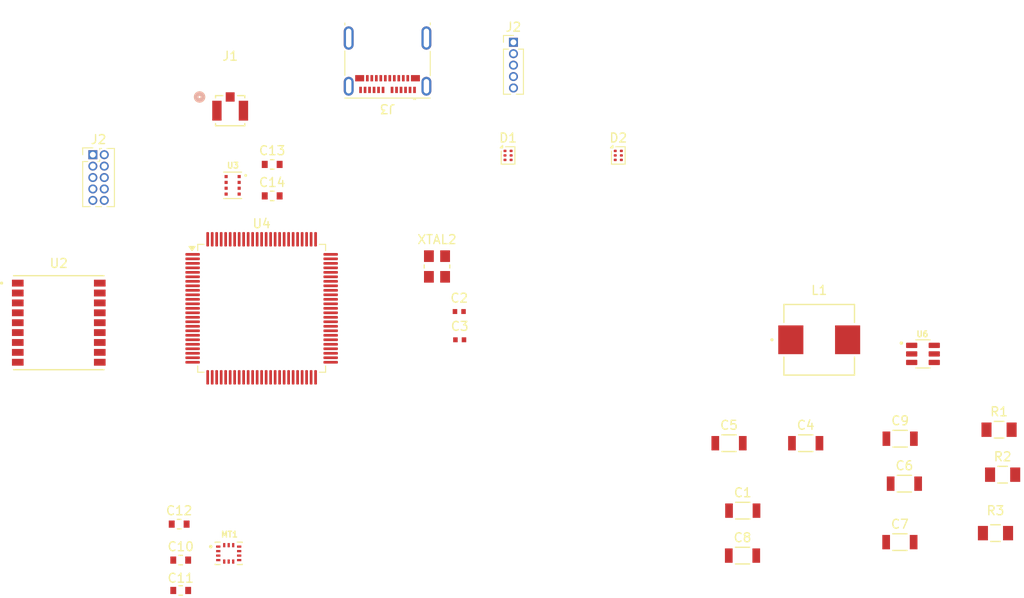
<source format=kicad_pcb>
(kicad_pcb (version 20241229) (generator "pcbnew") (generator_version "9.0")
  (layers (0 "F.Cu" signal) (2 "B.Cu" signal) (13 "F.Paste" user) (15 "B.Paste" user) (5 "F.SilkS" user "F.Silkscreen") (7 "B.SilkS" user "B.Silkscreen") (1 "F.Mask" user) (3 "B.Mask" user) (25 "Edge.Cuts" user))
  (net 0 "")
  (net 1 "GND")
  (net 2 "FSYNC")
  (net 3 "AP_SDA")
  (net 4 "AP_CS")
  (net 5 "/3.3V")
  (net 6 "INT1")
  (net 7 "AP_SCLK")
  (net 8 "AP_SDO")
  (net 9 "SYS_RSTN")
  (net 10 "INT2")
  (net 11 "TX")
  (net 12 "PPS")
  (net 13 "RX")
  (net 14 "ANT_OFF")
  (net 15 "WAKE_UP")
  (net 22 "CSB")
  (net 30 "SWDIO")
  (net 35 "SCK")
  (net 42 "Net-(U4-VSS-Pad10)")
  (net 49 "SDA")
  (net 53 "SWCLK")
  (net 74 "+3.3V")
  (net 80 "Net-(U2-RF_IN)")
  (net 102 "OSC_IN")
  (net 103 "GND1")
  (net 104 "OSC_OUT")
  (net 107 "Net-(J2-GND-Pad3)")
  (net 114 "SDO")
  (net 145 "Net-(U6-VFB)")
  (net 146 "Net-(U6-VBST)")
  (net 147 "Net-(U6-SW)")
  (net 148 "+9V")
  (net 149 "Net-(U6-EN)")
  (footprint "Library:33.2Resistor" (layer "F.Cu") (at 204.603 117)
    (property "Reference" "R3" (at 0 -2.5 0) (layer "F.SilkS"))
    (property "Value" "33.2k")
    (fp_line (start -0.53065 0.9271) (end 0.53065 0.9271) (stroke (width 0.1524)) (layer "F.SilkS"))
    (fp_line (start 0.53065 -0.9271) (end -0.53065 -0.9271) (stroke (width 0.1524)) (layer "F.SilkS"))
    (pad "1" smd rect (at -1.397 0) (size 1.1176 1.6002) (layers "F.Cu" "F.Mask" "F.Paste") (net 74 "+3.3V"))
    (pad "2" smd rect (at 1.397 0) (size 1.1176 1.6002) (layers "F.Cu" "F.Mask" "F.Paste") (net 145 "Net-(U6-VFB)"))
  )
  (footprint "Library:XDCR_DPS368XTSA1" (layer "F.Cu") (at 119.775 78.325)
    (property "Reference" "U3" (at 0.032 -2.2064 0) (layer "F.SilkS") (effects (font (size 0.64 0.64))))
    (property "Value" "DPS368XTSA1")
    (fp_line (start -1 -1.47) (end 1 -1.47) (stroke (width 0.127)) (layer "F.SilkS"))
    (fp_line (start -1 1.47) (end 1 1.47) (stroke (width 0.127)) (layer "F.SilkS"))
    (fp_circle (center 1.45 -1.1) (end 1.53 -1.1) (stroke (width 0.16)) (fill no) (layer "F.SilkS"))
    (pad "1" smd rect (at 0.725 -0.975) (size 0.35 0.35) (layers "F.Cu" "F.Mask") (net 103 "GND1"))
    (pad "2" smd rect (at 0.725 -0.325) (size 0.35 0.35) (layers "F.Cu" "F.Mask") (net 22 "CSB"))
    (pad "3" smd rect (at 0.725 0.325) (size 0.35 0.35) (layers "F.Cu" "F.Mask") (net 49 "SDA"))
    (pad "4" smd rect (at 0.725 0.975) (size 0.35 0.35) (layers "F.Cu" "F.Mask") (net 35 "SCK"))
    (pad "5" smd rect (at -0.725 0.975) (size 0.35 0.35) (layers "F.Cu" "F.Mask") (net 114 "SDO"))
    (pad "6" smd rect (at -0.725 0.325) (size 0.35 0.35) (layers "F.Cu" "F.Mask") (net 74 "+3.3V"))
    (pad "7" smd rect (at -0.725 -0.325) (size 0.35 0.35) (layers "F.Cu" "F.Mask") (net 103 "GND1"))
    (pad "8" smd rect (at -0.725 -0.975) (size 0.35 0.35) (layers "F.Cu" "F.Mask") (net 74 "+3.3V"))
  )
  (footprint "Library:10uF_cap" (layer "F.Cu") (at 194.472199 111.5)
    (property "Reference" "C6" (at 0 -2 0) (layer "F.SilkS"))
    (property "Value" "10uF")
    (fp_line (start -0.792451 0.927) (end 0.792451 0.927) (stroke (width 0.1524)) (layer "F.SilkS"))
    (fp_line (start 0.792451 -0.927) (end -0.792451 -0.927) (stroke (width 0.1524)) (layer "F.SilkS"))
    (pad "1" smd rect (at -1.527801 0) (size 0.8556 1.6) (layers "F.Cu" "F.Mask" "F.Paste") (net 1 "GND"))
    (pad "2" smd rect (at 1.527801 0) (size 0.8556 1.6) (layers "F.Cu" "F.Mask" "F.Paste") (net 148 "+9V"))
  )
  (footprint "Library:01uF_Cap_0603" (layer "F.Cu") (at 124.1722 76)
    (property "Reference" "C13" (at 0 -1.5396 0) (layer "F.SilkS"))
    (property "Value" "0.1uF")
    (fp_line (start -0.19245 0.527) (end 0.19245 0.527) (stroke (width 0.1524)) (layer "F.SilkS"))
    (fp_line (start 0.19245 -0.527) (end -0.19245 -0.527) (stroke (width 0.1524)) (layer "F.SilkS"))
    (pad "1" smd rect (at -0.8278 0) (size 0.6556 0.8) (layers "F.Cu" "F.Mask" "F.Paste") (net 74 "+3.3V"))
    (pad "2" smd rect (at 0.8278 0) (size 0.6556 0.8) (layers "F.Cu" "F.Mask" "F.Paste") (net 103 "GND1"))
  )
  (footprint "Package_TO_SOT_SMD:SOT-886" (layer "F.Cu") (at 150.4 75)
    (property "Reference" "D1" (at 0 -1.95 180) (layer "F.SilkS"))
    (property "Value" "ESD9B3.3ST5G")
    (fp_line (start -0.76 -0.47) (end -0.76 0.97) (stroke (width 0.12)) (layer "F.SilkS"))
    (fp_line (start -0.76 0.97) (end 0.76 0.97) (stroke (width 0.12)) (layer "F.SilkS"))
    (fp_line (start 0.76 -0.97) (end -0.27 -0.97) (stroke (width 0.12)) (layer "F.SilkS"))
    (fp_line (start 0.76 0.97) (end 0.76 -0.97) (stroke (width 0.12)) (layer "F.SilkS"))
    (fp_poly (pts (xy -0.6 -0.84) (xy -0.88 -0.84) (xy -0.6 -1.12) (xy -0.6 -0.84)) (stroke (width 0.12)) (fill yes) (layer "F.SilkS"))
    (pad "1" smd roundrect (at -0.34 -0.5) (size 0.33 0.27) (layers "F.Cu" "F.Mask" "F.Paste") (net 1 "GND"))
    (pad "2" smd roundrect (at -0.34 0) (size 0.33 0.27) (layers "F.Cu" "F.Mask" "F.Paste") (net 30 "SWDIO"))
    (pad "3" smd roundrect (at -0.34 0.5) (size 0.33 0.27) (layers "F.Cu" "F.Mask" "F.Paste"))
    (pad "4" smd roundrect (at 0.34 0.5) (size 0.33 0.27) (layers "F.Cu" "F.Mask" "F.Paste"))
    (pad "5" smd roundrect (at 0.34 0) (size 0.33 0.27) (layers "F.Cu" "F.Mask" "F.Paste"))
    (pad "6" smd roundrect (at 0.34 -0.5) (size 0.33 0.27) (layers "F.Cu" "F.Mask" "F.Paste"))
  )
  (footprint "Library:10kResistor" (layer "F.Cu") (at 205.397 110.5)
    (property "Reference" "R2" (at 0 -2 0) (layer "F.SilkS"))
    (property "Value" "10k")
    (fp_line (start -0.53065 0.9271) (end 0.53065 0.9271) (stroke (width 0.1524)) (layer "F.SilkS"))
    (fp_line (start 0.53065 -0.9271) (end -0.53065 -0.9271) (stroke (width 0.1524)) (layer "F.SilkS"))
    (pad "1" smd rect (at -1.397 0) (size 1.1176 1.6002) (layers "F.Cu" "F.Mask" "F.Paste") (net 1 "GND"))
    (pad "2" smd rect (at 1.397 0) (size 1.1176 1.6002) (layers "F.Cu" "F.Mask" "F.Paste") (net 145 "Net-(U6-VFB)"))
  )
  (footprint "Connector_USB:USB_C_Receptacle_Molex_105450-0101" (layer "F.Cu") (at 137 64.5 180)
    (property "Reference" "J3" (at 0 -5.315 180) (layer "F.SilkS"))
    (property "Value" "USBC")
    (fp_line (start 4.75 4.225) (end 4.75 4) (stroke (width 0.12)) (layer "F.SilkS"))
    (fp_line (start 4.75 1.125) (end 4.75 -1.6) (stroke (width 0.12)) (layer "F.SilkS"))
    (fp_line (start -3.125 -4.275) (end -2.9 -4.275) (stroke (width 0.12)) (layer "F.SilkS"))
    (fp_line (start -4.75 4.235) (end -4.75 4.025) (stroke (width 0.12)) (layer "F.SilkS"))
    (fp_line (start -4.75 -1.625) (end -4.75 1.075) (stroke (width 0.12)) (layer "F.SilkS"))
    (fp_line (start -4.75 -4.125) (end 4.75 -4.125) (stroke (width 0.12)) (layer "F.SilkS"))
    (pad "A1" smd rect (at -3 -3.215 180) (size 0.3 0.7) (layers "F.Cu" "F.Mask" "F.Paste"))
    (pad "A2" smd rect (at -2.5 -3.215 180) (size 0.3 0.7) (layers "F.Cu" "F.Mask" "F.Paste"))
    (pad "A3" smd rect (at -2 -3.215 180) (size 0.3 0.7) (layers "F.Cu" "F.Mask" "F.Paste"))
    (pad "A4" smd rect (at -1.5 -3.215 180) (size 0.3 0.7) (layers "F.Cu" "F.Mask" "F.Paste"))
    (pad "A5" smd rect (at -1 -3.215 180) (size 0.3 0.7) (layers "F.Cu" "F.Mask" "F.Paste"))
    (pad "A6" smd rect (at -0.5 -3.215 180) (size 0.3 0.7) (layers "F.Cu" "F.Mask" "F.Paste"))
    (pad "A7" smd rect (at 0.5 -3.215 180) (size 0.3 0.7) (layers "F.Cu" "F.Mask" "F.Paste"))
    (pad "A8" smd rect (at 1 -3.215 180) (size 0.3 0.7) (layers "F.Cu" "F.Mask" "F.Paste"))
    (pad "A9" smd rect (at 1.5 -3.215 180) (size 0.3 0.7) (layers "F.Cu" "F.Mask" "F.Paste"))
    (pad "A10" smd rect (at 2 -3.215 180) (size 0.3 0.7) (layers "F.Cu" "F.Mask" "F.Paste"))
    (pad "A11" smd rect (at 2.5 -3.215 180) (size 0.3 0.7) (layers "F.Cu" "F.Mask" "F.Paste"))
    (pad "A12" smd rect (at 3 -3.215 180) (size 0.3 0.7) (layers "F.Cu" "F.Mask" "F.Paste"))
    (pad "B1" smd rect (at 3.1 -1.915 180) (size 1 0.7) (layers "F.Cu" "F.Mask" "F.Paste"))
    (pad "B2" smd rect (at 2.25 -1.915 180) (size 0.3 0.7) (layers "F.Cu" "F.Mask" "F.Paste"))
    (pad "B3" smd rect (at 1.75 -1.915 180) (size 0.3 0.7) (layers "F.Cu" "F.Mask" "F.Paste"))
    (pad "B4" smd rect (at 1.25 -1.915 180) (size 0.3 0.7) (layers "F.Cu" "F.Mask" "F.Paste"))
    (pad "B5" smd rect (at 0.75 -1.915 180) (size 0.3 0.7) (layers "F.Cu" "F.Mask" "F.Paste"))
    (pad "B6" smd rect (at 0.25 -1.915 180) (size 0.3 0.7) (layers "F.Cu" "F.Mask" "F.Paste"))
    (pad "B7" smd rect (at -0.25 -1.915 180) (size 0.3 0.7) (layers "F.Cu" "F.Mask" "F.Paste"))
    (pad "B8" smd rect (at -0.75 -1.915 180) (size 0.3 0.7) (layers "F.Cu" "F.Mask" "F.Paste"))
    (pad "B9" smd rect (at -1.25 -1.915 180) (size 0.3 0.7) (layers "F.Cu" "F.Mask" "F.Paste"))
    (pad "B10" smd rect (at -1.75 -1.915 180) (size 0.3 0.7) (layers "F.Cu" "F.Mask" "F.Paste"))
    (pad "B11" smd rect (at -2.25 -1.915 180) (size 0.3 0.7) (layers "F.Cu" "F.Mask" "F.Paste"))
    (pad "B12" smd rect (at -3.1 -1.915 180) (size 1 0.7) (layers "F.Cu" "F.Mask" "F.Paste"))
    (pad "S1" thru_hole oval (at -4.32 -2.805 180) (size 1.1 2.1) (drill oval 0.6 1.6) (property pad_prop_heatsink) (layers "*.Cu" "*.Mask"))
    (pad "S1" thru_hole oval (at -4.32 2.555 180) (size 1.1 2.6) (drill oval 0.6 2.1) (property pad_prop_heatsink) (layers "*.Cu" "*.Mask"))
    (pad "S1" thru_hole oval (at 4.32 -2.805 180) (size 1.1 2.1) (drill oval 0.6 1.6) (property pad_prop_heatsink) (layers "*.Cu" "*.Mask"))
    (pad "S1" thru_hole oval (at 4.32 2.555 180) (size 1.1 2.6) (drill oval 0.6 2.1) (property pad_prop_heatsink) (layers "*.Cu" "*.Mask"))
  )
  (footprint "Package_TO_SOT_SMD:SOT-886" (layer "F.Cu") (at 162.66 75)
    (property "Reference" "D2" (at 0 -1.95 180) (layer "F.SilkS"))
    (property "Value" "ESD9B3.3ST5G")
    (fp_line (start -0.76 -0.47) (end -0.76 0.97) (stroke (width 0.12)) (layer "F.SilkS"))
    (fp_line (start -0.76 0.97) (end 0.76 0.97) (stroke (width 0.12)) (layer "F.SilkS"))
    (fp_line (start 0.76 -0.97) (end -0.27 -0.97) (stroke (width 0.12)) (layer "F.SilkS"))
    (fp_line (start 0.76 0.97) (end 0.76 -0.97) (stroke (width 0.12)) (layer "F.SilkS"))
    (fp_poly (pts (xy -0.6 -0.84) (xy -0.88 -0.84) (xy -0.6 -1.12) (xy -0.6 -0.84)) (stroke (width 0.12)) (fill yes) (layer "F.SilkS"))
    (pad "1" smd roundrect (at -0.34 -0.5) (size 0.33 0.27) (layers "F.Cu" "F.Mask" "F.Paste") (net 1 "GND"))
    (pad "2" smd roundrect (at -0.34 0) (size 0.33 0.27) (layers "F.Cu" "F.Mask" "F.Paste") (net 53 "SWCLK"))
    (pad "3" smd roundrect (at -0.34 0.5) (size 0.33 0.27) (layers "F.Cu" "F.Mask" "F.Paste"))
    (pad "4" smd roundrect (at 0.34 0.5) (size 0.33 0.27) (layers "F.Cu" "F.Mask" "F.Paste"))
    (pad "5" smd roundrect (at 0.34 0) (size 0.33 0.27) (layers "F.Cu" "F.Mask" "F.Paste"))
    (pad "6" smd roundrect (at 0.34 -0.5) (size 0.33 0.27) (layers "F.Cu" "F.Mask" "F.Paste"))
  )
  (footprint "Connector_PinHeader_1.27mm:PinHeader_1x05_P1.27mm_Vertical" (layer "F.Cu") (at 151 62.42)
    (property "Reference" "J2" (at 0 -1.695 0) (layer "F.SilkS"))
    (property "Value" "Conn_ARM_SWD")
    (fp_line (start -1.11 -0.76) (end 0 -0.76) (stroke (width 0.12)) (layer "F.SilkS"))
    (fp_line (start -1.11 0) (end -1.11 -0.76) (stroke (width 0.12)) (layer "F.SilkS"))
    (fp_line (start -1.11 0.76) (end -1.11 5.775) (stroke (width 0.12)) (layer "F.SilkS"))
    (fp_line (start -1.11 0.76) (end -0.563471 0.76) (stroke (width 0.12)) (layer "F.SilkS"))
    (fp_line (start -1.11 5.775) (end -0.30753 5.775) (stroke (width 0.12)) (layer "F.SilkS"))
    (fp_line (start 0.30753 5.775) (end 1.11 5.775) (stroke (width 0.12)) (layer "F.SilkS"))
    (fp_line (start 0.563471 0.76) (end 1.11 0.76) (stroke (width 0.12)) (layer "F.SilkS"))
    (fp_line (start 1.11 0.76) (end 1.11 5.775) (stroke (width 0.12)) (layer "F.SilkS"))
    (pad "1" thru_hole rect (at 0 0) (size 1 1) (drill 0.65) (layers "*.Cu" "*.Mask") (net 74 "+3.3V"))
    (pad "2" thru_hole oval (at 0 1.27) (size 1 1) (drill 0.65) (layers "*.Cu" "*.Mask") (net 1 "GND"))
    (pad "3" thru_hole oval (at 0 2.54) (size 1 1) (drill 0.65) (layers "*.Cu" "*.Mask"))
    (pad "4" thru_hole oval (at 0 3.81) (size 1 1) (drill 0.65) (layers "*.Cu" "*.Mask") (net 53 "SWCLK"))
    (pad "5" thru_hole oval (at 0 5.08) (size 1 1) (drill 0.65) (layers "*.Cu" "*.Mask"))
  )
  (footprint "Library:01uF_Cap_0603" (layer "F.Cu") (at 113.8278 116)
    (property "Reference" "C12" (at 0 -1.5 0) (layer "F.SilkS"))
    (property "Value" "10nF")
    (fp_line (start -0.19245 0.527) (end 0.19245 0.527) (stroke (width 0.1524)) (layer "F.SilkS"))
    (fp_line (start 0.19245 -0.527) (end -0.19245 -0.527) (stroke (width 0.1524)) (layer "F.SilkS"))
    (pad "1" smd rect (at -0.8278 0) (size 0.6556 0.8) (layers "F.Cu" "F.Mask" "F.Paste") (net 74 "+3.3V"))
    (pad "2" smd rect (at 0.8278 0) (size 0.6556 0.8) (layers "F.Cu" "F.Mask" "F.Paste") (net 103 "GND1"))
  )
  (footprint "Library:0.22Cap" (layer "F.Cu") (at 145.023401 95.5)
    (property "Reference" "C3" (at 0 -1.5 0) (layer "F.SilkS"))
    (property "Value" "22pF")
    (pad "1" smd rect (at -0.476599 0) (size 0.503199 0.549999) (layers "F.Cu" "F.Mask" "F.Paste") (net 103 "GND1"))
    (pad "2" smd rect (at 0.476599 0) (size 0.503199 0.549999) (layers "F.Cu" "F.Mask" "F.Paste") (net 104 "OSC_OUT"))
  )
  (footprint "Library:01uF_Cap_0603" (layer "F.Cu") (at 124.1722 79.5)
    (property "Reference" "C14" (at 0 -1.5 0) (layer "F.SilkS"))
    (property "Value" "0.1uF")
    (fp_line (start -0.19245 0.527) (end 0.19245 0.527) (stroke (width 0.1524)) (layer "F.SilkS"))
    (fp_line (start 0.19245 -0.527) (end -0.19245 -0.527) (stroke (width 0.1524)) (layer "F.SilkS"))
    (pad "1" smd rect (at -0.8278 0) (size 0.6556 0.8) (layers "F.Cu" "F.Mask" "F.Paste") (net 74 "+3.3V"))
    (pad "2" smd rect (at 0.8278 0) (size 0.6556 0.8) (layers "F.Cu" "F.Mask" "F.Paste") (net 103 "GND1"))
  )
  (footprint "Library:2.2uF_CAP_0603" (layer "F.Cu") (at 114 120)
    (property "Reference" "C10" (at 0 -1.5 0) (layer "F.SilkS"))
    (property "Value" "2.2uF")
    (fp_line (start -0.19245 0.527) (end 0.19245 0.527) (stroke (width 0.1524)) (layer "F.SilkS"))
    (fp_line (start 0.19245 -0.527) (end -0.19245 -0.527) (stroke (width 0.1524)) (layer "F.SilkS"))
    (pad "1" smd rect (at -0.8278 0) (size 0.6556 0.8) (layers "F.Cu" "F.Mask" "F.Paste") (net 74 "+3.3V"))
    (pad "2" smd rect (at 0.8278 0) (size 0.6556 0.8) (layers "F.Cu" "F.Mask" "F.Paste") (net 103 "GND1"))
  )
  (footprint "Library:3.3Buck" (layer "F.Cu") (at 196.539 97.0712)
    (property "Reference" "U6" (at -0.068 -2.2064 0) (layer "F.SilkS") (effects (font (size 0.64 0.64))))
    (property "Value" "TPS562201DDCR")
    (fp_line (start -0.8 -1.565) (end 0.8 -1.565) (stroke (width 0.127)) (layer "F.SilkS"))
    (fp_line (start -0.8 1.565) (end 0.8 1.565) (stroke (width 0.127)) (layer "F.SilkS"))
    (fp_circle (center -2.4 -1.2) (end -2.3 -1.2) (stroke (width 0.2)) (fill no) (layer "F.SilkS"))
    (pad "1" smd roundrect (at -1.255 -0.95) (size 1.25 0.59) (layers "F.Cu" "F.Mask" "F.Paste") (roundrect_rratio 0.125) (net 1 "GND"))
    (pad "2" smd roundrect (at -1.255 0) (size 1.25 0.59) (layers "F.Cu" "F.Mask" "F.Paste") (roundrect_rratio 0.125) (net 147 "Net-(U6-SW)"))
    (pad "3" smd roundrect (at -1.255 0.95) (size 1.25 0.59) (layers "F.Cu" "F.Mask" "F.Paste") (roundrect_rratio 0.125) (net 148 "+9V"))
    (pad "4" smd roundrect (at 1.255 0.95) (size 1.25 0.59) (layers "F.Cu" "F.Mask" "F.Paste") (roundrect_rratio 0.125) (net 145 "Net-(U6-VFB)"))
    (pad "5" smd roundrect (at 1.255 0) (size 1.25 0.59) (layers "F.Cu" "F.Mask" "F.Paste") (roundrect_rratio 0.125) (net 149 "Net-(U6-EN)"))
    (pad "6" smd roundrect (at 1.255 -0.95) (size 1.25 0.59) (layers "F.Cu" "F.Mask" "F.Paste") (roundrect_rratio 0.125) (net 146 "Net-(U6-VBST)"))
  )
  (footprint "Library:10kResistor" (layer "F.Cu") (at 205 105.5)
    (property "Reference" "R1" (at 0 -2 0) (layer "F.SilkS"))
    (property "Value" "10k")
    (fp_line (start -0.53065 0.9271) (end 0.53065 0.9271) (stroke (width 0.1524)) (layer "F.SilkS"))
    (fp_line (start 0.53065 -0.9271) (end -0.53065 -0.9271) (stroke (width 0.1524)) (layer "F.SilkS"))
    (pad "1" smd rect (at -1.397 0) (size 1.1176 1.6002) (layers "F.Cu" "F.Mask" "F.Paste") (net 149 "Net-(U6-EN)"))
    (pad "2" smd rect (at 1.397 0) (size 1.1176 1.6002) (layers "F.Cu" "F.Mask" "F.Paste") (net 148 "+9V"))
  )
  (footprint "Library:10uF_cap" (layer "F.Cu") (at 194 106.5)
    (property "Reference" "C9" (at 0 -2 0) (layer "F.SilkS"))
    (property "Value" "10uF")
    (fp_line (start -0.792451 0.927) (end 0.792451 0.927) (stroke (width 0.1524)) (layer "F.SilkS"))
    (fp_line (start 0.792451 -0.927) (end -0.792451 -0.927) (stroke (width 0.1524)) (layer "F.SilkS"))
    (pad "1" smd rect (at -1.527801 0) (size 0.8556 1.6) (layers "F.Cu" "F.Mask" "F.Paste") (net 145 "Net-(U6-VFB)"))
    (pad "2" smd rect (at 1.527801 0) (size 0.8556 1.6) (layers "F.Cu" "F.Mask" "F.Paste") (net 74 "+3.3V"))
  )
  (footprint "Library:Crystal" (layer "F.Cu") (at 142.5 87.35)
    (property "Reference" "XTAL2" (at 0 -3 0) (layer "F.SilkS"))
    (property "Value" "ECS-80-18-33-JGN-TR")
    (fp_line (start -1.4224 -0.16956) (end -1.4224 0.16956) (stroke (width 0.1524)) (layer "F.SilkS"))
    (fp_line (start 1.4224 0.16956) (end 1.4224 -0.16956) (stroke (width 0.1524)) (layer "F.SilkS"))
    (pad "1" smd rect (at -0.900001 -1.15) (size 1.0922 1.2954) (layers "F.Cu" "F.Mask" "F.Paste") (net 102 "OSC_IN"))
    (pad "2" smd rect (at -0.900001 1.15) (size 1.0922 1.2954) (layers "F.Cu" "F.Mask" "F.Paste") (net 103 "GND1"))
    (pad "3" smd rect (at 0.900001 1.15) (size 1.0922 1.2954) (layers "F.Cu" "F.Mask" "F.Paste") (net 104 "OSC_OUT"))
    (pad "4" smd rect (at 0.900001 -1.15) (size 1.0922 1.2954) (layers "F.Cu" "F.Mask" "F.Paste") (net 103 "GND1"))
  )
  (footprint "Library:01uF_CAP" (layer "F.Cu") (at 176.5 114.5)
    (property "Reference" "C1" (at 0 -2 0) (layer "F.SilkS"))
    (property "Value" "0.1uF")
    (fp_line (start -0.792451 0.927) (end 0.792451 0.927) (stroke (width 0.1524)) (layer "F.SilkS"))
    (fp_line (start 0.792451 -0.927) (end -0.792451 -0.927) (stroke (width 0.1524)) (layer "F.SilkS"))
    (pad "1" smd rect (at -1.527801 0) (size 0.8556 1.6) (layers "F.Cu" "F.Mask" "F.Paste") (net 147 "Net-(U6-SW)"))
    (pad "2" smd rect (at 1.527801 0) (size 0.8556 1.6) (layers "F.Cu" "F.Mask" "F.Paste") (net 146 "Net-(U6-VBST)"))
  )
  (footprint "Library:0.22Cap" (layer "F.Cu") (at 144.973401 92.36)
    (property "Reference" "C2" (at 0 -1.5 0) (layer "F.SilkS"))
    (property "Value" "22pF")
    (pad "1" smd rect (at -0.476599 0) (size 0.503199 0.549999) (layers "F.Cu" "F.Mask" "F.Paste") (net 103 "GND1"))
    (pad "2" smd rect (at 0.476599 0) (size 0.503199 0.549999) (layers "F.Cu" "F.Mask" "F.Paste") (net 102 "OSC_IN"))
  )
  (footprint "Library:10uF_cap" (layer "F.Cu") (at 193.972199 118)
    (property "Reference" "C7" (at 0 -2 0) (layer "F.SilkS"))
    (property "Value" "10uF")
    (fp_line (start -0.792451 0.927) (end 0.792451 0.927) (stroke (width 0.1524)) (layer "F.SilkS"))
    (fp_line (start 0.792451 -0.927) (end -0.792451 -0.927) (stroke (width 0.1524)) (layer "F.SilkS"))
    (pad "1" smd rect (at -1.527801 0) (size 0.8556 1.6) (layers "F.Cu" "F.Mask" "F.Paste") (net 1 "GND"))
    (pad "2" smd rect (at 1.527801 0) (size 0.8556 1.6) (layers "F.Cu" "F.Mask" "F.Paste") (net 148 "+9V"))
  )
  (footprint "Package_QFP:LQFP-100_14x14mm_P0.5mm" (layer "F.Cu") (at 123 92)
    (property "Reference" "U4" (at 0 -9.42 0) (layer "F.SilkS"))
    (property "Value" "STM32H723VETx")
    (fp_line (start -7.11 -7.11) (end -7.11 -6.41) (stroke (width 0.12)) (layer "F.SilkS"))
    (fp_line (start -7.11 7.11) (end -7.11 6.41) (stroke (width 0.12)) (layer "F.SilkS"))
    (fp_line (start -6.41 -7.11) (end -7.11 -7.11) (stroke (width 0.12)) (layer "F.SilkS"))
    (fp_line (start -6.41 7.11) (end -7.11 7.11) (stroke (width 0.12)) (layer "F.SilkS"))
    (fp_line (start 6.41 -7.11) (end 7.11 -7.11) (stroke (width 0.12)) (layer "F.SilkS"))
    (fp_line (start 6.41 7.11) (end 7.11 7.11) (stroke (width 0.12)) (layer "F.SilkS"))
    (fp_line (start 7.11 -7.11) (end 7.11 -6.41) (stroke (width 0.12)) (layer "F.SilkS"))
    (fp_line (start 7.11 7.11) (end 7.11 6.41) (stroke (width 0.12)) (layer "F.SilkS"))
    (fp_poly (pts (xy -7.7375 -6.41) (xy -8.0775 -6.88) (xy -7.3975 -6.88) (xy -7.7375 -6.41)) (stroke (width 0.12)) (fill yes) (layer "F.SilkS"))
    (pad "1" smd roundrect (at -7.675 -6) (size 1.6 0.3) (layers "F.Cu" "F.Mask" "F.Paste"))
    (pad "2" smd roundrect (at -7.675 -5.5) (size 1.6 0.3) (layers "F.Cu" "F.Mask" "F.Paste"))
    (pad "3" smd roundrect (at -7.675 -5) (size 1.6 0.3) (layers "F.Cu" "F.Mask" "F.Paste"))
    (pad "4" smd roundrect (at -7.675 -4.5) (size 1.6 0.3) (layers "F.Cu" "F.Mask" "F.Paste"))
    (pad "5" smd roundrect (at -7.675 -4) (size 1.6 0.3) (layers "F.Cu" "F.Mask" "F.Paste"))
    (pad "6" smd roundrect (at -7.675 -3.5) (size 1.6 0.3) (layers "F.Cu" "F.Mask" "F.Paste"))
    (pad "7" smd roundrect (at -7.675 -3) (size 1.6 0.3) (layers "F.Cu" "F.Mask" "F.Paste"))
    (pad "8" smd roundrect (at -7.675 -2.5) (size 1.6 0.3) (layers "F.Cu" "F.Mask" "F.Paste") (net 102 "OSC_IN"))
    (pad "9" smd roundrect (at -7.675 -2) (size 1.6 0.3) (layers "F.Cu" "F.Mask" "F.Paste") (net 104 "OSC_OUT"))
    (pad "10" smd roundrect (at -7.675 -1.5) (size 1.6 0.3) (layers "F.Cu" "F.Mask" "F.Paste") (net 42 "Net-(U4-VSS-Pad10)"))
    (pad "11" smd roundrect (at -7.675 -1) (size 1.6 0.3) (layers "F.Cu" "F.Mask" "F.Paste"))
    (pad "12" smd roundrect (at -7.675 -0.5) (size 1.6 0.3) (layers "F.Cu" "F.Mask" "F.Paste"))
    (pad "13" smd roundrect (at -7.675 0) (size 1.6 0.3) (layers "F.Cu" "F.Mask" "F.Paste"))
    (pad "14" smd roundrect (at -7.675 0.5) (size 1.6 0.3) (layers "F.Cu" "F.Mask" "F.Paste"))
    (pad "15" smd roundrect (at -7.675 1) (size 1.6 0.3) (layers "F.Cu" "F.Mask" "F.Paste"))
    (pad "16" smd roundrect (at -7.675 1.5) (size 1.6 0.3) (layers "F.Cu" "F.Mask" "F.Paste"))
    (pad "17" smd roundrect (at -7.675 2) (size 1.6 0.3) (layers "F.Cu" "F.Mask" "F.Paste"))
    (pad "18" smd roundrect (at -7.675 2.5) (size 1.6 0.3) (layers "F.Cu" "F.Mask" "F.Paste"))
    (pad "19" smd roundrect (at -7.675 3) (size 1.6 0.3) (layers "F.Cu" "F.Mask" "F.Paste"))
    (pad "20" smd roundrect (at -7.675 3.5) (size 1.6 0.3) (layers "F.Cu" "F.Mask" "F.Paste"))
    (pad "21" smd roundrect (at -7.675 4) (size 1.6 0.3) (layers "F.Cu" "F.Mask" "F.Paste"))
    (pad "22" smd roundrect (at -7.675 4.5) (size 1.6 0.3) (layers "F.Cu" "F.Mask" "F.Paste") (net 11 "TX"))
    (pad "23" smd roundrect (at -7.675 5) (size 1.6 0.3) (layers "F.Cu" "F.Mask" "F.Paste") (net 13 "RX"))
    (pad "24" smd roundrect (at -7.675 5.5) (size 1.6 0.3) (layers "F.Cu" "F.Mask" "F.Paste") (net 12 "PPS"))
    (pad "25" smd roundrect (at -7.675 6) (size 1.6 0.3) (layers "F.Cu" "F.Mask" "F.Paste") (net 15 "WAKE_UP"))
    (pad "26" smd roundrect (at -6 7.675) (size 0.3 1.6) (layers "F.Cu" "F.Mask" "F.Paste") (net 42 "Net-(U4-VSS-Pad10)"))
    (pad "27" smd roundrect (at -5.5 7.675) (size 0.3 1.6) (layers "F.Cu" "F.Mask" "F.Paste"))
    (pad "28" smd roundrect (at -5 7.675) (size 0.3 1.6) (layers "F.Cu" "F.Mask" "F.Paste") (net 9 "SYS_RSTN"))
    (pad "29" smd roundrect (at -4.5 7.675) (size 0.3 1.6) (layers "F.Cu" "F.Mask" "F.Paste") (net 14 "ANT_OFF"))
    (pad "30" smd roundrect (at -4 7.675) (size 0.3 1.6) (layers "F.Cu" "F.Mask" "F.Paste"))
    (pad "31" smd roundrect (at -3.5 7.675) (size 0.3 1.6) (layers "F.Cu" "F.Mask" "F.Paste"))
    (pad "32" smd roundrect (at -3 7.675) (size 0.3 1.6) (layers "F.Cu" "F.Mask" "F.Paste"))
    (pad "33" smd roundrect (at -2.5 7.675) (size 0.3 1.6) (layers "F.Cu" "F.Mask" "F.Paste"))
    (pad "34" smd roundrect (at -2 7.675) (size 0.3 1.6) (layers "F.Cu" "F.Mask" "F.Paste"))
    (pad "35" smd roundrect (at -1.5 7.675) (size 0.3 1.6) (layers "F.Cu" "F.Mask" "F.Paste"))
    (pad "36" smd roundrect (at -1 7.675) (size 0.3 1.6) (layers "F.Cu" "F.Mask" "F.Paste"))
    (pad "37" smd roundrect (at -0.5 7.675) (size 0.3 1.6) (layers "F.Cu" "F.Mask" "F.Paste"))
    (pad "38" smd roundrect (at 0 7.675) (size 0.3 1.6) (layers "F.Cu" "F.Mask" "F.Paste"))
    (pad "39" smd roundrect (at 0.5 7.675) (size 0.3 1.6) (layers "F.Cu" "F.Mask" "F.Paste"))
    (pad "40" smd roundrect (at 1 7.675) (size 0.3 1.6) (layers "F.Cu" "F.Mask" "F.Paste"))
    (pad "41" smd roundrect (at 1.5 7.675) (size 0.3 1.6) (layers "F.Cu" "F.Mask" "F.Paste"))
    (pad "42" smd roundrect (at 2 7.675) (size 0.3 1.6) (layers "F.Cu" "F.Mask" "F.Paste"))
    (pad "43" smd roundrect (at 2.5 7.675) (size 0.3 1.6) (layers "F.Cu" "F.Mask" "F.Paste"))
    (pad "44" smd roundrect (at 3 7.675) (size 0.3 1.6) (layers "F.Cu" "F.Mask" "F.Paste"))
    (pad "45" smd roundrect (at 3.5 7.675) (size 0.3 1.6) (layers "F.Cu" "F.Mask" "F.Paste"))
    (pad "46" smd roundrect (at 4 7.675) (size 0.3 1.6) (layers "F.Cu" "F.Mask" "F.Paste"))
    (pad "47" smd roundrect (at 4.5 7.675) (size 0.3 1.6) (layers "F.Cu" "F.Mask" "F.Paste") (net 2 "FSYNC"))
    (pad "48" smd roundrect (at 5 7.675) (size 0.3 1.6) (layers "F.Cu" "F.Mask" "F.Paste"))
    (pad "49" smd roundrect (at 5.5 7.675) (size 0.3 1.6) (layers "F.Cu" "F.Mask" "F.Paste") (net 42 "Net-(U4-VSS-Pad10)"))
    (pad "50" smd roundrect (at 6 7.675) (size 0.3 1.6) (layers "F.Cu" "F.Mask" "F.Paste"))
    (pad "51" smd roundrect (at 7.675 6) (size 1.6 0.3) (layers "F.Cu" "F.Mask" "F.Paste") (net 4 "AP_CS"))
    (pad "52" smd roundrect (at 7.675 5.5) (size 1.6 0.3) (layers "F.Cu" "F.Mask" "F.Paste") (net 7 "AP_SCLK"))
    (pad "53" smd roundrect (at 7.675 5) (size 1.6 0.3) (layers "F.Cu" "F.Mask" "F.Paste") (net 3 "AP_SDA"))
    (pad "54" smd roundrect (at 7.675 4.5) (size 1.6 0.3) (layers "F.Cu" "F.Mask" "F.Paste") (net 8 "AP_SDO"))
    (pad "55" smd roundrect (at 7.675 4) (size 1.6 0.3) (layers "F.Cu" "F.Mask" "F.Paste") (net 6 "INT1"))
    (pad "56" smd roundrect (at 7.675 3.5) (size 1.6 0.3) (layers "F.Cu" "F.Mask" "F.Paste") (net 10 "INT2"))
    (pad "57" smd roundrect (at 7.675 3) (size 1.6 0.3) (layers "F.Cu" "F.Mask" "F.Paste"))
    (pad "58" smd roundrect (at 7.675 2.5) (size 1.6 0.3) (layers "F.Cu" "F.Mask" "F.Paste"))
    (pad "59" smd roundrect (at 7.675 2) (size 1.6 0.3) (layers "F.Cu" "F.Mask" "F.Paste"))
    (pad "60" smd roundrect (at 7.675 1.5) (size 1.6 0.3) (layers "F.Cu" "F.Mask" "F.Paste"))
    (pad "61" smd roundrect (at 7.675 1) (size 1.6 0.3) (layers "F.Cu" "F.Mask" "F.Paste"))
    (pad "62" smd roundrect (at 7.675 0.5) (size 1.6 0.3) (layers "F.Cu" "F.Mask" "F.Paste"))
    (pad "63" smd roundrect (at 7.675 0) (size 1.6 0.3) (layers "F.Cu" "F.Mask" "F.Paste"))
    (pad "64" smd roundrect (at 7.675 -0.5) (size 1.6 0.3) (layers "F.Cu" "F.Mask" "F.Paste"))
    (pad "65" smd roundrect (at 7.675 -1) (size 1.6 0.3) (layers "F.Cu" "F.Mask" "F.Paste"))
    (pad "66" smd roundrect (at 7.675 -1.5) (size 1.6 0.3) (layers "F.Cu" "F.Mask" "F.Paste"))
    (pad "67" smd roundrect (at 7.675 -2) (size 1.6 0.3) (layers "F.Cu" "F.Mask" "F.Paste"))
    (pad "68" smd roundrect (at 7.675 -2.5) (size 1.6 0.3) (layers "F.Cu" "F.Mask" "F.Paste"))
    (pad "69" smd roundrect (at 7.675 -3) (size 1.6 0.3) (layers "F.Cu" "F.Mask" "F.Paste"))
    (pad "70" smd roundrect (at 7.675 -3.5) (size 1.6 0.3) (layers "F.Cu" "F.Mask" "F.Paste"))
    (pad "71" smd roundrect (at 7.675 -4) (size 1.6 0.3) (layers "F.Cu" "F.Mask" "F.Paste"))
    (pad "72" smd roundrect (at 7.675 -4.5) (size 1.6 0.3) (layers "F.Cu" "F.Mask" "F.Paste"))
    (pad "73" smd roundrect (at 7.675 -5) (size 1.6 0.3) (layers "F.Cu" "F.Mask" "F.Paste"))
    (pad "74" smd roundrect (at 7.675 -5.5) (size 1.6 0.3) (layers "F.Cu" "F.Mask" "F.Paste") (net 42 "Net-(U4-VSS-Pad10)"))
    (pad "75" smd roundrect (at 7.675 -6) (size 1.6 0.3) (layers "F.Cu" "F.Mask" "F.Paste"))
    (pad "76" smd roundrect (at 6 -7.675) (size 0.3 1.6) (layers "F.Cu" "F.Mask" "F.Paste") (net 53 "SWCLK"))
    (pad "77" smd roundrect (at 5.5 -7.675) (size 0.3 1.6) (layers "F.Cu" "F.Mask" "F.Paste") (net 22 "CSB"))
    (pad "78" smd roundrect (at 5 -7.675) (size 0.3 1.6) (layers "F.Cu" "F.Mask" "F.Paste"))
    (pad "79" smd roundrect (at 4.5 -7.675) (size 0.3 1.6) (layers "F.Cu" "F.Mask" "F.Paste"))
    (pad "80" smd roundrect (at 4 -7.675) (size 0.3 1.6) (layers "F.Cu" "F.Mask" "F.Paste"))
    (pad "81" smd roundrect (at 3.5 -7.675) (size 0.3 1.6) (layers "F.Cu" "F.Mask" "F.Paste"))
    (pad "82" smd roundrect (at 3 -7.675) (size 0.3 1.6) (layers "F.Cu" "F.Mask" "F.Paste"))
    (pad "83" smd roundrect (at 2.5 -7.675) (size 0.3 1.6) (layers "F.Cu" "F.Mask" "F.Paste"))
    (pad "84" smd roundrect (at 2 -7.675) (size 0.3 1.6) (layers "F.Cu" "F.Mask" "F.Paste"))
    (pad "85" smd roundrect (at 1.5 -7.675) (size 0.3 1.6) (layers "F.Cu" "F.Mask" "F.Paste"))
    (pad "86" smd roundrect (at 1 -7.675) (size 0.3 1.6) (layers "F.Cu" "F.Mask" "F.Paste"))
    (pad "87" smd roundrect (at 0.5 -7.675) (size 0.3 1.6) (layers "F.Cu" "F.Mask" "F.Paste"))
    (pad "88" smd roundrect (at 0 -7.675) (size 0.3 1.6) (layers "F.Cu" "F.Mask" "F.Paste"))
    (pad "89" smd roundrect (at -0.5 -7.675) (size 0.3 1.6) (layers "F.Cu" "F.Mask" "F.Paste") (net 35 "SCK"))
    (pad "90" smd roundrect (at -1 -7.675) (size 0.3 1.6) (layers "F.Cu" "F.Mask" "F.Paste") (net 49 "SDA"))
    (pad "91" smd roundrect (at -1.5 -7.675) (size 0.3 1.6) (layers "F.Cu" "F.Mask" "F.Paste") (net 114 "SDO"))
    (pad "92" smd roundrect (at -2 -7.675) (size 0.3 1.6) (layers "F.Cu" "F.Mask" "F.Paste"))
    (pad "93" smd roundrect (at -2.5 -7.675) (size 0.3 1.6) (layers "F.Cu" "F.Mask" "F.Paste"))
    (pad "94" smd roundrect (at -3 -7.675) (size 0.3 1.6) (layers "F.Cu" "F.Mask" "F.Paste"))
    (pad "95" smd roundrect (at -3.5 -7.675) (size 0.3 1.6) (layers "F.Cu" "F.Mask" "F.Paste"))
    (pad "96" smd roundrect (at -4 -7.675) (size 0.3 1.6) (layers "F.Cu" "F.Mask" "F.Paste"))
    (pad "97" smd roundrect (at -4.5 -7.675) (size 0.3 1.6) (layers "F.Cu" "F.Mask" "F.Paste"))
    (pad "98" smd roundrect (at -5 -7.675) (size 0.3 1.6) (layers "F.Cu" "F.Mask" "F.Paste"))
    (pad "99" smd roundrect (at -5.5 -7.675) (size 0.3 1.6) (layers "F.Cu" "F.Mask" "F.Paste") (net 42 "Net-(U4-VSS-Pad10)"))
    (pad "100" smd roundrect (at -6 -7.675) (size 0.3 1.6) (layers "F.Cu" "F.Mask" "F.Paste"))
  )
  (footprint "Library:U.FL_CONN_v.UL" (layer "F.Cu") (at 119.5 70.0244)
    (property "Reference" "J1" (at 0 -6.0706 0) (layer "F.SilkS"))
    (property "Value" "U.FL-R-SMT10")
    (fp_line (start -1.6256 -1.6764) (end -1.6256 -1.437039) (stroke (width 0.1524)) (layer "F.SilkS"))
    (fp_line (start -1.6256 1.438241) (end -1.6256 1.676399) (stroke (width 0.1524)) (layer "F.SilkS"))
    (fp_line (start -1.6256 1.676399) (end 1.6256 1.676399) (stroke (width 0.1524)) (layer "F.SilkS"))
    (fp_line (start -0.82804 -1.6764) (end -1.6256 -1.6764) (stroke (width 0.1524)) (layer "F.SilkS"))
    (fp_line (start 1.6256 -1.6764) (end 0.82804 -1.6764) (stroke (width 0.1524)) (layer "F.SilkS"))
    (fp_line (start 1.6256 -1.437039) (end 1.6256 -1.6764) (stroke (width 0.1524)) (layer "F.SilkS"))
    (fp_line (start 1.6256 1.676399) (end 1.6256 1.438241) (stroke (width 0.1524)) (layer "F.SilkS"))
    (fp_circle (center -3.4036 -1.5244) (end -3.0226 -1.5244) (stroke (width 0.508)) (fill no) (layer "F.SilkS"))
    (fp_circle (center -3.4036 -1.5244) (end -3.0226 -1.5244) (stroke (width 0.508)) (fill no) (layer "B.SilkS"))
    (pad "1" smd rect (at 0 -1.5244) (size 0.9906 1.0414) (layers "F.Cu" "F.Mask" "F.Paste") (net 80 "Net-(U2-RF_IN)"))
    (pad "2" smd rect (at -1.475001 0) (size 1.0414 2.2098) (layers "F.Cu" "F.Mask" "F.Paste"))
    (pad "3" smd rect (at 1.475001 0) (size 1.0414 2.2098) (layers "F.Cu" "F.Mask" "F.Paste"))
  )
  (footprint "Library:3_3_Inductor" (layer "F.Cu") (at 185 95.5)
    (property "Reference" "L1" (at 0 -5.5 0) (layer "F.SilkS"))
    (property "Value" "3.3uH")
    (fp_line (start -3.9243 -3.9243) (end -3.9243 -1.93294) (stroke (width 0.1524)) (layer "F.SilkS"))
    (fp_line (start -3.9243 1.93294) (end -3.9243 3.9243) (stroke (width 0.1524)) (layer "F.SilkS"))
    (fp_line (start -3.9243 3.9243) (end 3.9243 3.9243) (stroke (width 0.1524)) (layer "F.SilkS"))
    (fp_line (start 3.9243 -3.9243) (end -3.9243 -3.9243) (stroke (width 0.1524)) (layer "F.SilkS"))
    (fp_line (start 3.9243 -1.93294) (end 3.9243 -3.9243) (stroke (width 0.1524)) (layer "F.SilkS"))
    (fp_line (start 3.9243 3.9243) (end 3.9243 1.93294) (stroke (width 0.1524)) (layer "F.SilkS"))
    (fp_circle (center -5.255587 0) (end -5.153987 0) (stroke (width 0.1524)) (fill no) (layer "F.SilkS"))
    (pad "1" smd rect (at -3.157802 0) (size 2.794 3.2004) (layers "F.Cu" "F.Mask" "F.Paste") (net 74 "+3.3V"))
    (pad "2" smd rect (at 3.157802 0) (size 2.794 3.2004) (layers "F.Cu" "F.Mask" "F.Paste") (net 147 "Net-(U6-SW)"))
  )
  (footprint "Library:22Uf_CAP" (layer "F.Cu") (at 174.972199 107)
    (property "Reference" "C5" (at 0 -2 0) (layer "F.SilkS"))
    (property "Value" "22uF")
    (fp_line (start -0.792451 0.927) (end 0.792451 0.927) (stroke (width 0.1524)) (layer "F.SilkS"))
    (fp_line (start 0.792451 -0.927) (end -0.792451 -0.927) (stroke (width 0.1524)) (layer "F.SilkS"))
    (pad "1" smd rect (at -1.527801 0) (size 0.8556 1.6) (layers "F.Cu" "F.Mask" "F.Paste") (net 74 "+3.3V"))
    (pad "2" smd rect (at 1.527801 0) (size 0.8556 1.6) (layers "F.Cu" "F.Mask" "F.Paste") (net 1 "GND"))
  )
  (footprint "Library:01uF_Cap_0603" (layer "F.Cu") (at 114 123.376)
    (property "Reference" "C11" (at 0 -1.376 0) (layer "F.SilkS"))
    (property "Value" "0.1uF")
    (fp_line (start -0.19245 0.527) (end 0.19245 0.527) (stroke (width 0.1524)) (layer "F.SilkS"))
    (fp_line (start 0.19245 -0.527) (end -0.19245 -0.527) (stroke (width 0.1524)) (layer "F.SilkS"))
    (pad "1" smd rect (at -0.8278 0) (size 0.6556 0.8) (layers "F.Cu" "F.Mask" "F.Paste") (net 74 "+3.3V"))
    (pad "2" smd rect (at 0.8278 0) (size 0.6556 0.8) (layers "F.Cu" "F.Mask" "F.Paste") (net 103 "GND1"))
  )
  (footprint "Library:TESEO-LIV3F" (layer "F.Cu") (at 100.4407 93.600001)
    (property "Reference" "U2" (at 0 -6.600001 0) (layer "F.SilkS"))
    (property "Value" "TESEO-LIV3F")
    (fp_line (start -5.0292 5.227) (end 5.0292 5.227) (stroke (width 0.1524)) (layer "F.SilkS"))
    (fp_line (start 5.0292 -5.227) (end -5.0292 -5.227) (stroke (width 0.1524)) (layer "F.SilkS"))
    (fp_circle (center -6.3578 -4.4) (end -6.2562 -4.4) (stroke (width 0.1524)) (fill no) (layer "F.SilkS"))
    (pad "1" smd rect (at -4.5593 -4.399999) (size 1.2954 0.762) (layers "F.Cu" "F.Mask" "F.Paste"))
    (pad "2" smd rect (at -4.5593 -3.300001) (size 1.2954 0.762) (layers "F.Cu" "F.Mask" "F.Paste") (net 1 "GND"))
    (pad "3" smd rect (at -4.5593 -2.200001) (size 1.2954 0.762) (layers "F.Cu" "F.Mask" "F.Paste") (net 11 "TX"))
    (pad "4" smd rect (at -4.5593 -1.1) (size 1.2954 0.762) (layers "F.Cu" "F.Mask" "F.Paste") (net 13 "RX"))
    (pad "5" smd rect (at -4.5593 0) (size 1.2954 0.762) (layers "F.Cu" "F.Mask" "F.Paste") (net 12 "PPS"))
    (pad "6" smd rect (at -4.5593 1.1) (size 1.2954 0.762) (layers "F.Cu" "F.Mask" "F.Paste") (net 5 "/3.3V"))
    (pad "7" smd rect (at -4.5593 2.200001) (size 1.2954 0.762) (layers "F.Cu" "F.Mask" "F.Paste") (net 5 "/3.3V"))
    (pad "8" smd rect (at -4.5593 3.300001) (size 1.2954 0.762) (layers "F.Cu" "F.Mask" "F.Paste") (net 9 "SYS_RSTN"))
    (pad "9" smd rect (at -4.5593 4.400001) (size 1.2954 0.762) (layers "F.Cu" "F.Mask" "F.Paste") (net 15 "WAKE_UP"))
    (pad "10" smd rect (at 4.5593 4.399999) (size 1.2954 0.762) (layers "F.Cu" "F.Mask" "F.Paste"))
    (pad "11" smd rect (at 4.5593 3.300001) (size 1.2954 0.762) (layers "F.Cu" "F.Mask" "F.Paste") (net 80 "Net-(U2-RF_IN)"))
    (pad "12" smd rect (at 4.5593 2.200001) (size 1.2954 0.762) (layers "F.Cu" "F.Mask" "F.Paste"))
    (pad "13" smd rect (at 4.5593 1.1) (size 1.2954 0.762) (layers "F.Cu" "F.Mask" "F.Paste") (net 14 "ANT_OFF"))
    (pad "14" smd rect (at 4.5593 0) (size 1.2954 0.762) (layers "F.Cu" "F.Mask" "F.Paste") (net 5 "/3.3V"))
    (pad "15" smd rect (at 4.5593 -1.1) (size 1.2954 0.762) (layers "F.Cu" "F.Mask" "F.Paste"))
    (pad "16" smd rect (at 4.5593 -2.200001) (size 1.2954 0.762) (layers "F.Cu" "F.Mask" "F.Paste"))
    (pad "17" smd rect (at 4.5593 -3.300001) (size 1.2954 0.762) (layers "F.Cu" "F.Mask" "F.Paste"))
    (pad "18" smd rect (at 4.5593 -4.400001) (size 1.2954 0.762) (layers "F.Cu" "F.Mask" "F.Paste"))
  )
  (footprint "Library:01uF_CAP" (layer "F.Cu") (at 176.472199 119.5)
    (property "Reference" "C8" (at 0 -2 0) (layer "F.SilkS"))
    (property "Value" "0.1uF")
    (fp_line (start -0.792451 0.927) (end 0.792451 0.927) (stroke (width 0.1524)) (layer "F.SilkS"))
    (fp_line (start 0.792451 -0.927) (end -0.792451 -0.927) (stroke (width 0.1524)) (layer "F.SilkS"))
    (pad "1" smd rect (at -1.527801 0) (size 0.8556 1.6) (layers "F.Cu" "F.Mask" "F.Paste") (net 1 "GND"))
    (pad "2" smd rect (at 1.527801 0) (size 0.8556 1.6) (layers "F.Cu" "F.Mask" "F.Paste") (net 148 "+9V"))
  )
  (footprint "Library:XDCR_ICM-42670-P" (layer "F.Cu") (at 119.3375 119.25)
    (property "Reference" "MT1" (at 0.082 -2.1064 0) (layer "F.SilkS") (effects (font (size 0.64 0.64))))
    (property "Value" "ICM-42670-P")
    (fp_line (start -1.5 -1.25) (end -0.945 -1.25) (stroke (width 0.127)) (layer "F.SilkS"))
    (fp_line (start -1.5 -1.195) (end -1.5 -1.25) (stroke (width 0.127)) (layer "F.SilkS"))
    (fp_line (start -1.5 1.25) (end -1.5 1.195) (stroke (width 0.127)) (layer "F.SilkS"))
    (fp_line (start -0.945 1.25) (end -1.5 1.25) (stroke (width 0.127)) (layer "F.SilkS"))
    (fp_line (start 0.945 -1.25) (end 1.5 -1.25) (stroke (width 0.127)) (layer "F.SilkS"))
    (fp_line (start 1.5 -1.25) (end 1.5 -1.195) (stroke (width 0.127)) (layer "F.SilkS"))
    (fp_line (start 1.5 1.25) (end 0.945 1.25) (stroke (width 0.127)) (layer "F.SilkS"))
    (fp_line (start 1.5 1.25) (end 1.5 1.195) (stroke (width 0.127)) (layer "F.SilkS"))
    (fp_circle (center -2 -0.75) (end -1.9 -0.75) (stroke (width 0.2)) (fill no) (layer "F.SilkS"))
    (pad "1" smd rect (at -1.1625 -0.75) (size 0.475 0.25) (layers "F.Cu") (net 8 "AP_SDO"))
    (pad "2" smd rect (at -1.1625 -0.25) (size 0.475 0.25) (layers "F.Cu") (net 1 "GND"))
    (pad "3" smd rect (at -1.1625 0.25) (size 0.475 0.25) (layers "F.Cu") (net 1 "GND"))
    (pad "4" smd rect (at -1.1625 0.75) (size 0.475 0.25) (layers "F.Cu") (net 6 "INT1"))
    (pad "5" smd rect (at -0.5 0.9125) (size 0.25 0.475) (layers "F.Cu") (net 74 "+3.3V"))
    (pad "6" smd rect (at 0 0.9125) (size 0.25 0.475) (layers "F.Cu") (net 1 "GND"))
    (pad "7" smd rect (at 0.5 0.9125) (size 0.25 0.475) (layers "F.Cu") (net 2 "FSYNC"))
    (pad "8" smd rect (at 1.1625 0.75) (size 0.475 0.25) (layers "F.Cu") (net 74 "+3.3V"))
    (pad "9" smd rect (at 1.1625 0.25) (size 0.475 0.25) (layers "F.Cu") (net 10 "INT2"))
    (pad "10" smd rect (at 1.1625 -0.25) (size 0.475 0.25) (layers "F.Cu") (net 1 "GND"))
    (pad "11" smd rect (at 1.1625 -0.75) (size 0.475 0.25) (layers "F.Cu") (net 1 "GND"))
    (pad "12" smd rect (at 0.5 -0.9125) (size 0.25 0.475) (layers "F.Cu") (net 4 "AP_CS"))
    (pad "13" smd rect (at 0 -0.9125) (size 0.25 0.475) (layers "F.Cu") (net 7 "AP_SCLK"))
    (pad "14" smd rect (at -0.5 -0.9125) (size 0.25 0.475) (layers "F.Cu") (net 3 "AP_SDA"))
  )
  (footprint "Library:22Uf_CAP" (layer "F.Cu") (at 183.5 107)
    (property "Reference" "C4" (at 0 -2 0) (layer "F.SilkS"))
    (property "Value" "22uF")
    (fp_line (start -0.792451 0.927) (end 0.792451 0.927) (stroke (width 0.1524)) (layer "F.SilkS"))
    (fp_line (start 0.792451 -0.927) (end -0.792451 -0.927) (stroke (width 0.1524)) (layer "F.SilkS"))
    (pad "1" smd rect (at -1.527801 0) (size 0.8556 1.6) (layers "F.Cu" "F.Mask" "F.Paste") (net 74 "+3.3V"))
    (pad "2" smd rect (at 1.527801 0) (size 0.8556 1.6) (layers "F.Cu" "F.Mask" "F.Paste") (net 1 "GND"))
  )
  (footprint "Connector_PinHeader_1.27mm:PinHeader_2x05_P1.27mm_Vertical" (layer "F.Cu") (at 104.23 74.92)
    (property "Reference" "J2" (at 0.635 -1.695 0) (layer "F.SilkS"))
    (property "Value" "Conn_ARM_JTAG_SWD_10")
    (fp_line (start -1.13 -0.76) (end 0 -0.76) (stroke (width 0.12)) (layer "F.SilkS"))
    (fp_line (start -1.13 0) (end -1.13 -0.76) (stroke (width 0.12)) (layer "F.SilkS"))
    (fp_line (start -1.13 0.76) (end -1.13 5.775) (stroke (width 0.12)) (layer "F.SilkS"))
    (fp_line (start -1.13 0.76) (end -0.563471 0.76) (stroke (width 0.12)) (layer "F.SilkS"))
    (fp_line (start -1.13 5.775) (end -0.30753 5.775) (stroke (width 0.12)) (layer "F.SilkS"))
    (fp_line (start 0.30753 5.775) (end 0.96247 5.775) (stroke (width 0.12)) (layer "F.SilkS"))
    (fp_line (start 0.563471 0.76) (end 0.706529 0.76) (stroke (width 0.12)) (layer "F.SilkS"))
    (fp_line (start 0.76 -0.695) (end 0.96247 -0.695) (stroke (width 0.12)) (layer "F.SilkS"))
    (fp_line (start 0.76 -0.563471) (end 0.76 -0.695) (stroke (width 0.12)) (layer "F.SilkS"))
    (fp_line (start 0.76 0.706529) (end 0.76 0.563471) (stroke (width 0.12)) (layer "F.SilkS"))
    (fp_line (start 1.57753 -0.695) (end 2.4 -0.695) (stroke (width 0.12)) (layer "F.SilkS"))
    (fp_line (start 1.57753 5.775) (end 2.4 5.775) (stroke (width 0.12)) (layer "F.SilkS"))
    (fp_line (start 2.4 -0.695) (end 2.4 5.775) (stroke (width 0.12)) (layer "F.SilkS"))
    (pad "1" thru_hole rect (at 0 0) (size 1 1) (drill 0.65) (layers "*.Cu" "*.Mask"))
    (pad "2" thru_hole oval (at 1.27 0) (size 1 1) (drill 0.65) (layers "*.Cu" "*.Mask"))
    (pad "3" thru_hole oval (at 0 1.27) (size 1 1) (drill 0.65) (layers "*.Cu" "*.Mask") (net 107 "Net-(J2-GND-Pad3)"))
    (pad "4" thru_hole oval (at 1.27 1.27) (size 1 1) (drill 0.65) (layers "*.Cu" "*.Mask"))
    (pad "5" thru_hole oval (at 0 2.54) (size 1 1) (drill 0.65) (layers "*.Cu" "*.Mask") (net 107 "Net-(J2-GND-Pad3)"))
    (pad "6" thru_hole oval (at 1.27 2.54) (size 1 1) (drill 0.65) (layers "*.Cu" "*.Mask"))
    (pad "7" thru_hole oval (at 0 3.81) (size 1 1) (drill 0.65) (layers "*.Cu" "*.Mask"))
    (pad "8" thru_hole oval (at 1.27 3.81) (size 1 1) (drill 0.65) (layers "*.Cu" "*.Mask"))
    (pad "9" thru_hole oval (at 0 5.08) (size 1 1) (drill 0.65) (layers "*.Cu" "*.Mask"))
    (pad "10" thru_hole oval (at 1.27 5.08) (size 1 1) (drill 0.65) (layers "*.Cu" "*.Mask"))
  )
)
</source>
